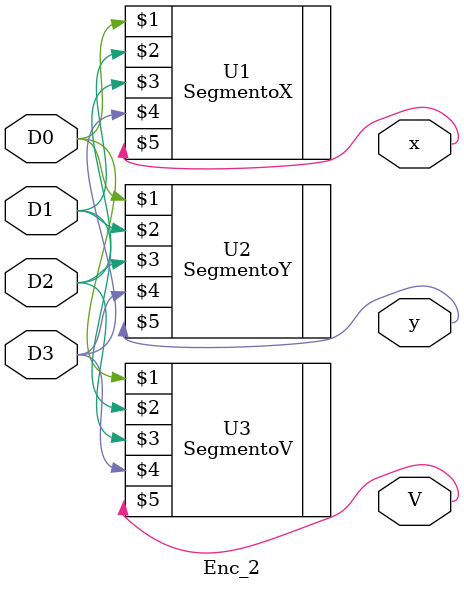
<source format=sv>

module Enc_2 (D0,D1,D2,D3,x,y,V);
  input D0,D1,D2,D3;
  output x,y,V;

  SegmentoX U1 (D0,D1,D2,D3,x);
  SegmentoY U2 (D0,D1,D2,D3,y);
  SegmentoV U3 (D0,D1,D2,D3,V);




endmodule
</source>
